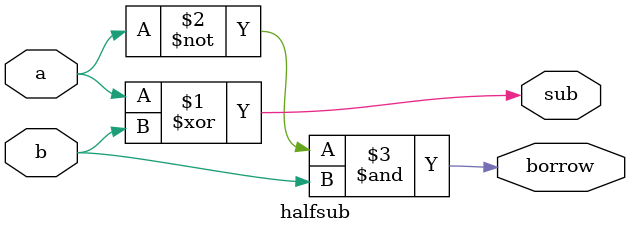
<source format=v>
module halfsub(
input a,b,
output sub,borrow
);

assign sub =a^b;
assign borrow = ~a&b;


endmodule

</source>
